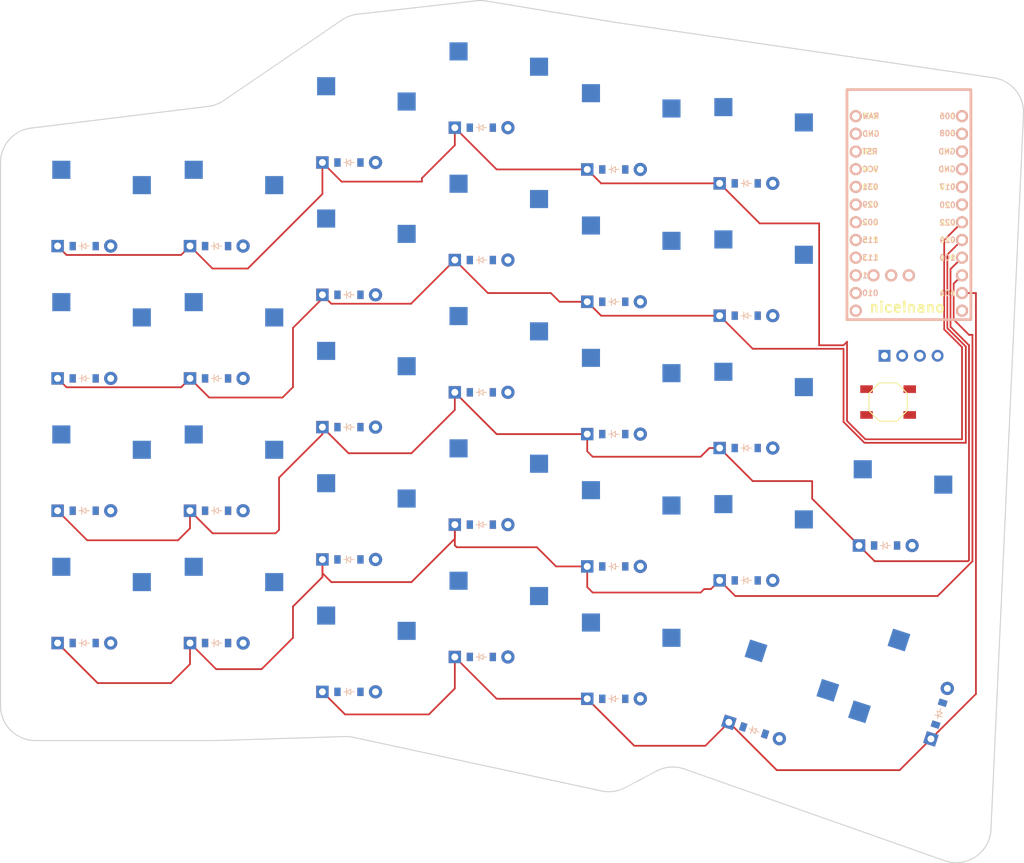
<source format=kicad_pcb>
(kicad_pcb (version 20240108) (generator "pcbnew") (generator_version "8.0")
  (title_block (title "left") (rev "v1.0.0") (company "Unknown"))
  (layers (0 "F.Cu" signal) (31 "B.Cu" signal) (34 "B.Paste" user) (35 "F.Paste" user) (36 "B.SilkS" user "B.Silkscreen") (37 "F.SilkS" user "F.Silkscreen") (38 "B.Mask" user) (39 "F.Mask" user) (44 "Edge.Cuts" user))
  (net 0 "")
  (net 1 "outer_bottom")
  (net 2 "outer_home")
  (net 3 "outer_top")
  (net 4 "outer_num")
  (net 5 "pinky_bottom")
  (net 6 "pinky_home")
  (net 7 "pinky_top")
  (net 8 "pinky_num")
  (net 9 "ring_mod")
  (net 10 "ring_bottom")
  (net 11 "ring_home")
  (net 12 "ring_top")
  (net 13 "ring_num")
  (net 14 "middle_mod")
  (net 15 "middle_bottom")
  (net 16 "middle_home")
  (net 17 "middle_top")
  (net 18 "middle_num")
  (net 19 "index_mod")
  (net 20 "index_bottom")
  (net 21 "index_home")
  (net 22 "index_top")
  (net 23 "index_num")
  (net 24 "inner_bottom")
  (net 25 "inner_home")
  (net 26 "inner_top")
  (net 27 "inner_num")
  (net 28 "inner_mod_home")
  (net 29 "home_cluster")
  (net 30 "far_cluster")
  (net 31 "P011")
  (net 32 "P100")
  (net 33 "P024")
  (net 34 "P022")
  (net 35 "P104")
  (net 36 "RAW")
  (net 37 "GND")
  (net 38 "RST")
  (net 39 "VCC")
  (net 40 "P031")
  (net 41 "P029")
  (net 42 "P002")
  (net 43 "P115")
  (net 44 "P113")
  (net 45 "P111")
  (net 46 "P010")
  (net 47 "P009")
  (net 48 "P006")
  (net 49 "P008")
  (net 50 "P017")
  (net 51 "P020")
  (net 52 "P106")
  (net 53 "P101")
  (net 54 "P102")
  (net 55 "P107")
  (net 56 "reset")
  (footprint "E73:SW_TACT_ALPS_SKQGABE010" (layer "F.Cu") (at 241.4 116.15)
    (property "Reference" "B1" (hide yes))
    (property "Value" "" (hide yes))
  )
  (footprint "ComboDiode" (layer "F.Cu") (at 164.032219 119.753399)
    (property "Reference" "D11" (hide yes))
    (property "Value" "" (hide yes))
  )
  (footprint "ComboDiode" (layer "F.Cu") (at 202.032219 158.753399)
    (property "Reference" "D19" (hide yes))
    (property "Value" "" (hide yes))
  )
  (footprint "ComboDiode" (layer "F.Cu") (at 221.032219 84.753399)
    (property "Reference" "D27" (hide yes))
    (property "Value" "" (hide yes))
  )
  (footprint "ComboDiode" (layer "F.Cu") (at 145.032219 150.753399)
    (property "Reference" "D5" (hide yes))
    (property "Value" "" (hide yes))
  )
  (footprint "PG1350" (layer "F.Cu") (at 221.032219 136.753399)
    (property "Reference" "S24" (hide yes))
    (property "Value" "" (hide yes))
  )
  (footprint "ComboDiode" (layer "F.Cu") (at 126.032219 150.753399)
    (property "Reference" "D1" (hide yes))
    (property "Value" "" (hide yes))
  )
  (footprint "PG1350" (layer "F.Cu") (at 202.032219 96.753399)
    (property "Reference" "S22" (hide yes))
    (property "Value" "" (hide yes))
  )
  (footprint "PG1350" (layer "F.Cu") (at 126.032219 107.753399)
    (property "Reference" "S3" (hide yes))
    (property "Value" "" (hide yes))
  )
  (footprint "ComboDiode" (layer "F.Cu") (at 145.032219 93.753399)
    (property "Reference" "D8" (hide yes))
    (property "Value" "" (hide yes))
  )
  (footprint "lib:OLED_headers" (layer "F.Cu") (at 250.68 107.9 -90)
    (property "Reference" "OLED1" (hide yes))
    (property "Value" "OLED")
  )
  (footprint "ComboDiode" (layer "F.Cu") (at 183.032219 133.753399)
    (property "Reference" "D15" (hide yes))
    (property "Value" "" (hide yes))
  )
  (footprint "ComboDiode" (layer "F.Cu") (at 183.032219 114.753399)
    (property "Reference" "D16" (hide yes))
    (property "Value" "" (hide yes))
  )
  (footprint "ComboDiode" (layer "F.Cu") (at 202.032219 139.753399)
    (property "Reference" "D20" (hide yes))
    (property "Value" "" (hide yes))
  )
  (footprint "ComboDiode" (layer "F.Cu") (at 183.032219 95.753399)
    (property "Reference" "D17" (hide yes))
    (property "Value" "" (hide yes))
  )
  (footprint "PG1350" (layer "F.Cu") (at 145.032219 145.753399)
    (property "Reference" "S5" (hide yes))
    (property "Value" "" (hide yes))
  )
  (footprint "PG1350" (layer "F.Cu") (at 202.032219 134.753399)
    (property "Reference" "S20" (hide yes))
    (property "Value" "" (hide yes))
  )
  (footprint "PG1350" (layer "F.Cu") (at 145.032219 88.753399)
    (property "Reference" "S8" (hide yes))
    (property "Value" "" (hide yes))
  )
  (footprint "ComboDiode" (layer "F.Cu") (at 221.032219 141.753399)
    (property "Reference" "D24" (hide yes))
    (property "Value" "" (hide yes))
  )
  (footprint "PG1350" (layer "F.Cu") (at 164.032219 152.753399)
    (property "Reference" "S9" (hide yes))
    (property "Value" "" (hide yes))
  )
  (footprint "PG1350" (layer "F.Cu") (at 243.961565 159.346352 72)
    (property "Reference" "S30" (hide yes))
    (property "Value" "" (hide yes))
  )
  (footprint "nice_nano" (layer "F.Cu") (at 244.38 89.07 -90)
    (property "Reference" "MCU1" (hide yes))
    (property "Value" "nice_nano" (hide yes))
  )
  (footprint "PG1350" (layer "F.Cu") (at 202.032219 115.753399)
    (property "Reference" "S21" (hide yes))
    (property "Value" "" (hide yes))
  )
  (footprint "PG1350" (layer "F.Cu") (at 241.032219 131.753399)
    (property "Reference" "S28" (hide yes))
    (property "Value" "" (hide yes))
  )
  (footprint "ComboDiode" (layer "F.Cu") (at 221.032219 103.753399)
    (property "Reference" "D26" (hide yes))
    (property "Value" "" (hide yes))
  )
  (footprint "ComboDiode" (layer "F.Cu") (at 164.032219 81.753399)
    (property "Reference" "D13" (hide yes))
    (property "Value" "" (hide yes))
  )
  (footprint "PG1350" (layer "F.Cu") (at 164.032219 76.753399)
    (property "Reference" "S13" (hide yes))
    (property "Value" "" (hide yes))
  )
  (footprint "ComboDiode" (layer "F.Cu") (at 164.032219 100.753399)
    (property "Reference" "D12" (hide yes))
    (property "Value" "" (hide yes))
  )
  (footprint "ComboDiode" (layer "F.Cu") (at 248.716848 160.891438 72)
    (property "Reference" "D30" (hide yes))
    (property "Value" "" (hide yes))
  )
  (footprint "ComboDiode" (layer "F.Cu") (at 241.032219 136.753399)
    (property "Reference" "D28" (hide yes))
    (property "Value" "" (hide yes))
  )
  (footprint "ComboDiode" (layer "F.Cu") (at 126.032219 131.753399)
    (property "Reference" "D2" (hide yes))
    (property "Value" "" (hide yes))
  )
  (footprint "PG1350" (layer "F.Cu") (at 183.032219 71.753399)
    (property "Reference" "S18" (hide yes))
    (property "Value" "" (hide yes))
  )
  (footprint "PG1350" (layer "F.Cu") (at 183.032219 147.753399)
    (property "Reference" "S14" (hide yes))
    (property "Value" "" (hide yes))
  )
  (footprint "ComboDiode" (layer "F.Cu") (at 164.032219 157.753399)
    (property "Reference" "D9" (hide yes))
    (property "Value" "" (hide yes))
  )
  (footprint "ComboDiode" (layer "F.Cu") (at 145.032219 112.753399)
    (property "Reference" "D7" (hide yes))
    (property "Value" "" (hide yes))
  )
  (footprint "PG1350" (layer "F.Cu") (at 126.032219 88.753399)
    (property "Reference" "S4" (hide yes))
    (property "Value" "" (hide yes))
  )
  (footprint "PG1350" (layer "F.Cu") (at 164.032219 133.753399)
    (property "Reference" "S10" (hide yes))
    (property "Value" "" (hide yes))
  )
  (footprint "ComboDiode" (layer "F.Cu") (at 126.032219 93.753399)
    (property "Reference" "D4" (hide yes))
    (property "Value" "" (hide yes))
  )
  (footprint "PG1350" (layer "F.Cu") (at 164.032219 95.753399)
    (property "Reference" "S12" (hide yes))
    (property "Value" "" (hide yes))
  )
  (footprint "PG1350" (layer "F.Cu") (at 223.71637 158.551332 -18)
    (property "Reference" "S29" (hide yes))
    (property "Value" "" (hide yes))
  )
  (footprint "PG1350" (layer "F.Cu") (at 221.032219 79.753399)
    (property "Reference" "S27" (hide yes))
    (property "Value" "" (hide yes))
  )
  (footprint "PG1350" (layer "F.Cu") (at 221.032219 98.753399)
    (property "Reference" "S26" (hide yes))
    (property "Value" "" (hide yes))
  )
  (footprint "PG1350" (layer "F.Cu") (at 183.032219 109.753399)
    (property "Reference" "S16" (hide yes))
    (property "Value" "" (hide yes))
  )
  (footprint "PG1350" (layer "F.Cu") (at 202.032219 153.753399)
    (property "Reference" "S19" (hide yes))
    (property "Value" "" (hide yes))
  )
  (footprint "ComboDiode" (layer "F.Cu") (at 202.032219 120.753399)
    (property "Reference" "D21" (hide yes))
    (property "Value" "" (hide yes))
  )
  (footprint "ComboDiode" (layer "F.Cu") (at 222.171285 163.306615 -18)
    (property "Reference" "D29" (hide yes))
    (property "Value" "" (hide yes))
  )
  (footprint "PG1350" (layer "F.Cu") (at 183.032219 128.753399)
    (property "Reference" "S15" (hide yes))
    (property "Value" "" (hide yes))
  )
  (footprint "ComboDiode" (layer "F.Cu") (at 183.032219 76.753399)
    (property "Reference" "D18" (hide yes))
    (property "Value" "" (hide yes))
  )
  (footprint "ComboDiode" (layer "F.Cu") (at 221.032219 122.753399)
    (property "Reference" "D25" (hide yes))
    (property "Value" "" (hide yes))
  )
  (footprint "PG1350" (layer "F.Cu") (at 145.032219 126.753399)
    (property "Reference" "S6" (hide yes))
    (property "Value" "" (hide yes))
  )
  (footprint "ComboDiode" (layer "F.Cu") (at 164.032219 138.753399)
    (property "Reference" "D10" (hide yes))
    (property "Value" "" (hide yes))
  )
  (footprint "PG1350" (layer "F.Cu") (at 202.032219 77.753399)
    (property "Reference" "S23" (hide yes))
    (property "Value" "" (hide yes))
  )
  (footprint "PG1350" (layer "F.Cu") (at 221.032219 117.753399)
    (property "Reference" "S25" (hide yes))
    (property "Value" "" (hide yes))
  )
  (footprint "ComboDiode" (layer "F.Cu") (at 202.032219 101.753399)
    (property "Reference" "D22" (hide yes))
    (property "Value" "" (hide yes))
  )
  (footprint "PG1350" (layer "F.Cu") (at 145.032219 107.753399)
    (property "Reference" "S7" (hide yes))
    (property "Value" "" (hide yes))
  )
  (footprint "ComboDiode" (layer "F.Cu") (at 183.032219 152.753399)
    (property "Reference" "D14" (hide yes))
    (property "Value" "" (hide yes))
  )
  (footprint "PG1350" (layer "F.Cu") (at 126.032219 145.753399)
    (property "Reference" "S1" (hide yes))
    (property "Value" "" (hide yes))
  )
  (footprint "PG1350" (layer "F.Cu") (at 183.032219 90.753399)
    (property "Reference" "S17" (hide yes))
    (property "Value" "" (hide yes))
  )
  (footprint "PG1350" (layer "F.Cu") (at 164.032219 114.753399)
    (property "Reference" "S11" (hide yes))
    (property "Value" "" (hide yes))
  )
  (footprint "ComboDiode" (layer "F.Cu") (at 202.032219 82.753399)
    (property "Reference" "D23" (hide yes))
    (property "Value" "" (hide yes))
  )
  (footprint "ComboDiode" (layer "F.Cu") (at 145.032219 131.753399)
    (property "Reference" "D6" (hide yes))
    (property "Value" "" (hide yes))
  )
  (footprint "PG1350" (layer "F.Cu") (at 126.032219 126.753399)
    (property "Reference" "S2" (hide yes))
    (property "Value" "" (hide yes))
  )
  (footprint "ComboDiode" (layer "F.Cu") (at 126.032219 112.753399)
    (property "Reference" "D3" (hide yes))
    (property "Value" "" (hide yes))
  )
  (gr_arc (start 203.64416 171.52118) (mid 201.988342 172.054312) (end 200.250081 171.987894) (stroke (width 0.15)) (layer "Edge.Cuts"))
  (gr_arc (start 182.339743 58.531758) (mid 183.030971 58.501715) (end 183.719729 58.567381) (stroke (width 0.15)) (layer "Edge.Cuts"))
  (gr_line (start 200.250081 171.987894) (end 164.632898 164.283335) (stroke (width 0.15)) (layer "Edge.Cuts"))
  (gr_line (start 260.826861 74.771475) (end 256.157076 177.511417) (stroke (width 0.15)) (layer "Edge.Cuts"))
  (gr_arc (start 146.035156 72.869819) (mid 144.98105 73.417506) (end 143.827496 73.701075) (stroke (width 0.15)) (layer "Edge.Cuts"))
  (gr_arc (start 256.157077 177.511417) (mid 253.957482 181.43006) (end 249.5 182) (stroke (width 0.15)) (layer "Edge.Cuts"))
  (gr_line (start 144.953291 164.753399) (end 119.032219 164.753399) (stroke (width 0.15)) (layer "Edge.Cuts"))
  (gr_line (start 163.417953 164.172797) (end 145.111107 164.750908) (stroke (width 0.15)) (layer "Edge.Cuts"))
  (gr_arc (start 163.417953 164.172796) (mid 164.02881 164.190872) (end 164.632898 164.283335) (stroke (width 0.15)) (layer "Edge.Cuts"))
  (gr_arc (start 119.032219 164.753399) (mid 115.496685 163.288933) (end 114.032219 159.753399) (stroke (width 0.15)) (layer "Edge.Cuts"))
  (gr_line (start 114.032219 159.753399) (end 114.032219 81.777921) (stroke (width 0.15)) (layer "Edge.Cuts"))
  (gr_arc (start 202.078531 61.610189) (mid 202.032254 61.603183) (end 201.986044 61.595744) (stroke (width 0.15)) (layer "Edge.Cuts"))
  (gr_line (start 202.078531 61.610189) (end 256.557316 69.597333) (stroke (width 0.15)) (layer "Edge.Cuts"))
  (gr_line (start 118.423869 76.815068) (end 143.827496 73.701075) (stroke (width 0.15)) (layer "Edge.Cuts"))
  (gr_line (start 146.035156 72.869818) (end 163.008929 61.300852) (stroke (width 0.15)) (layer "Edge.Cuts"))
  (gr_line (start 208.160932 169.133203) (end 203.64416 171.52118) (stroke (width 0.15)) (layer "Edge.Cuts"))
  (gr_line (start 165.262737 60.464156) (end 182.339743 58.531758) (stroke (width 0.15)) (layer "Edge.Cuts"))
  (gr_arc (start 163.008929 61.300852) (mid 164.084797 60.745029) (end 165.262737 60.464156) (stroke (width 0.15)) (layer "Edge.Cuts"))
  (gr_arc (start 114.032219 81.777921) (mid 115.287773 78.464445) (end 118.423869 76.815068) (stroke (width 0.15)) (layer "Edge.Cuts"))
  (gr_line (start 249.5 182) (end 212.160115 168.837848) (stroke (width 0.15)) (layer "Edge.Cuts"))
  (gr_arc (start 208.160932 169.133202) (mid 210.129617 168.567039) (end 212.160115 168.837848) (stroke (width 0.15)) (layer "Edge.Cuts"))
  (gr_arc (start 145.111107 164.750908) (mid 145.032209 164.752776) (end 144.953291 164.753399) (stroke (width 0.15)) (layer "Edge.Cuts"))
  (gr_arc (start 256.557315 69.597333) (mid 259.688562 71.362143) (end 260.826861 74.771475) (stroke (width 0.15)) (layer "Edge.Cuts"))
  (gr_line (start 183.719729 58.567381) (end 201.986044 61.595744) (stroke (width 0.15)) (layer "Edge.Cuts"))
  (segment (start 160.222219 141.277781) (end 160.222219 138.753399) (width 0.25) (layer "F.Cu") (net 31))
  (segment (start 156 145.5) (end 160.222219 141.277781) (width 0.25) (layer "F.Cu") (net 31))
  (segment (start 138.5 156.5) (end 141.222219 153.777781) (width 0.25) (layer "F.Cu") (net 31))
  (segment (start 160.222219 138.753399) (end 160.222219 140.722219) (width 0.25) (layer "F.Cu") (net 31))
  (segment (start 215.975618 143) (end 217.222219 141.753399) (width 0.25) (layer "F.Cu") (net 31))
  (segment (start 250.7987 99.1613) (end 252 97.96) (width 0.25) (layer "F.Cu") (net 31))
  (segment (start 179.222219 136.722219) (end 179.5 137) (width 0.25) (layer "F.Cu") (net 31))
  (segment (start 161.5 142) (end 173 142) (width 0.25) (layer "F.Cu") (net 31))
  (segment (start 198.222219 142.722219) (end 199 143.5) (width 0.25) (layer "F.Cu") (net 31))
  (segment (start 144.96882 154.5) (end 151.5 154.5) (width 0.25) (layer "F.Cu") (net 31))
  (segment (start 156 150) (end 156 145.5) (width 0.25) (layer "F.Cu") (net 31))
  (segment (start 141.222219 150.753399) (end 144.96882 154.5) (width 0.25) (layer "F.Cu") (net 31))
  (segment (start 191 137) (end 193.753399 139.753399) (width 0.25) (layer "F.Cu") (net 31))
  (segment (start 127.96882 156.5) (end 138.5 156.5) (width 0.25) (layer "F.Cu") (net 31))
  (segment (start 250.7987 104.2987) (end 250.7987 99.1613) (width 0.25) (layer "F.Cu") (net 31))
  (segment (start 215 143) (end 215.975618 143) (width 0.25) (layer "F.Cu") (net 31))
  (segment (start 141.222219 153.777781) (end 141.222219 150.753399) (width 0.25) (layer "F.Cu") (net 31))
  (segment (start 253.5 139) (end 253.5 106.5) (width 0.25) (layer "F.Cu") (net 31))
  (segment (start 214.5 143.5) (end 215 143) (width 0.25) (layer "F.Cu") (net 31))
  (segment (start 193.753399 139.753399) (end 198.222219 139.753399) (width 0.25) (layer "F.Cu") (net 31))
  (segment (start 217.222219 141.753399) (end 219.46882 144) (width 0.25) (layer "F.Cu") (net 31))
  (segment (start 253 106.5) (end 250.7987 104.2987) (width 0.25) (layer "F.Cu") (net 31))
  (segment (start 160.222219 140.722219) (end 161.5 142) (width 0.25) (layer "F.Cu") (net 31))
  (segment (start 248.5 144) (end 253.5 139) (width 0.25) (layer "F.Cu") (net 31))
  (segment (start 122.222219 150.753399) (end 127.96882 156.5) (width 0.25) (layer "F.Cu") (net 31))
  (segment (start 253.5 106.5) (end 253 106.5) (width 0.25) (layer "F.Cu") (net 31))
  (segment (start 199 143.5) (end 214.5 143.5) (width 0.25) (layer "F.Cu") (net 31))
  (segment (start 219.46882 144) (end 248.5 144) (width 0.25) (layer "F.Cu") (net 31))
  (segment (start 179.222219 133.753399) (end 179.222219 136.722219) (width 0.25) (layer "F.Cu") (net 31))
  (segment (start 151.5 154.5) (end 156 150) (width 0.25) (layer "F.Cu") (net 31))
  (segment (start 173 142) (end 179.222219 135.777781) (width 0.25) (layer "F.Cu") (net 31))
  (segment (start 179.5 137) (end 191 137) (width 0.25) (layer "F.Cu") (net 31))
  (segment (start 198.222219 139.753399) (end 198.222219 142.722219) (width 0.25) (layer "F.Cu") (net 31))
  (segment (start 179.222219 135.777781) (end 179.222219 133.753399) (width 0.25) (layer "F.Cu") (net 31))
  (segment (start 217.222219 122.753399) (end 221.96882 127.5) (width 0.25) (layer "F.Cu") (net 32))
  (segment (start 173 123.5) (end 179.222219 117.277781) (width 0.25) (layer "F.Cu") (net 32))
  (segment (start 139.5 136) (end 141.222219 134.277781) (width 0.25) (layer "F.Cu") (net 32))
  (segment (start 179.222219 117.277781) (end 179.222219 114.753399) (width 0.25) (layer "F.Cu") (net 32))
  (segment (start 122.222219 131.753399) (end 126.46882 136) (width 0.25) (layer "F.Cu") (net 32))
  (segment (start 214.5 124) (end 215.746601 122.753399) (width 0.25) (layer "F.Cu") (net 32))
  (segment (start 163.96882 123.5) (end 173 123.5) (width 0.25) (layer "F.Cu") (net 32))
  (segment (start 153.5 135) (end 154 134.5) (width 0.25) (layer "F.Cu") (net 32))
  (segment (start 144.46882 135) (end 153.5 135) (width 0.25) (layer "F.Cu") (net 32))
  (segment (start 141.222219 134.277781) (end 141.222219 131.753399) (width 0.25) (layer "F.Cu") (net 32))
  (segment (start 230.5 130.03118) (end 237.222219 136.753399) (width 0.25) (layer "F.Cu") (net 32))
  (segment (start 160.222219 120.777781) (end 160.222219 119.753399) (width 0.25) (layer "F.Cu") (net 32))
  (segment (start 141.222219 131.753399) (end 144.46882 135) (width 0.25) (layer "F.Cu") (net 32))
  (segment (start 221.96882 127.5) (end 230.5 127.5) (width 0.25) (layer "F.Cu") (net 32))
  (segment (start 253 108) (end 250.3487 105.3487) (width 0.25) (layer "F.Cu") (net 32))
  (segment (start 239.46882 139) (end 252.863604 139) (width 0.25) (layer "F.Cu") (net 32))
  (segment (start 198.222219 120.753399) (end 198.222219 123.222219) (width 0.25) (layer "F.Cu") (net 32))
  (segment (start 250.3487 105.3487) (end 250.3487 97.0713) (width 0.25) (layer "F.Cu") (net 32))
  (segment (start 237.222219 136.753399) (end 239.46882 139) (width 0.25) (layer "F.Cu") (net 32))
  (segment (start 215.746601 122.753399) (end 217.222219 122.753399) (width 0.25) (layer "F.Cu") (net 32))
  (segment (start 160.222219 119.753399) (end 163.96882 123.5) (width 0.25) (layer "F.Cu") (net 32))
  (segment (start 126.46882 136) (end 139.5 136) (width 0.25) (layer "F.Cu") (net 32))
  (segment (start 230.5 127.5) (end 230.5 130.03118) (width 0.25) (layer "F.Cu") (net 32))
  (segment (start 154 134.5) (end 154 127) (width 0.25) (layer "F.Cu") (net 32))
  (segment (start 252.863604 139) (end 253 138.863604) (width 0.25) (layer "F.Cu") (net 32))
  (segment (start 253 138.863604) (end 253 108) (width 0.25) (layer "F.Cu") (net 32))
  (segment (start 154 127) (end 160.222219 120.777781) (width 0.25) (layer "F.Cu") (net 32))
  (segment (start 250.3487 97.0713) (end 252 95.42) (width 0.25) (layer "F.Cu") (net 32))
  (segment (start 179.222219 114.753399) (end 185.222219 120.753399) (width 0.25) (layer "F.Cu") (net 32))
  (segment (start 185.222219 120.753399) (end 198.222219 120.753399) (width 0.25) (layer "F.Cu") (net 32))
  (segment (start 198.222219 123.222219) (end 199 124) (width 0.25) (layer "F.Cu") (net 32))
  (segment (start 199 124) (end 214.5 124) (width 0.25) (layer "F.Cu") (net 32))
  (segment (start 183.96882 100.5) (end 193 100.5) (width 0.25) (layer "F.Cu") (net 33))
  (segment (start 156 114) (end 156 105.5) (width 0.25) (layer "F.Cu") (net 33))
  (segment (start 160.222219 100.753399) (end 161.499719 102.030899) (width 0.25) (layer "F.Cu") (net 33))
  (segment (start 252.55 108.186396) (end 249.8987 105.535096) (width 0.25) (layer "F.Cu") (net 33))
  (segment (start 172.944719 102.030899) (end 179.222219 95.753399) (width 0.25) (layer "F.Cu") (net 33))
  (segment (start 198.222219 101.753399) (end 200.222219 103.753399) (width 0.25) (layer "F.Cu") (net 33))
  (segment (start 252.55 122) (end 252.55 108.186396) (width 0.25) (layer "F.Cu") (net 33))
  (segment (start 141.222219 112.753399) (end 143.96882 115.5) (width 0.25) (layer "F.Cu") (net 33))
  (segment (start 154.5 115.5) (end 156 114) (width 0.25) (layer "F.Cu") (net 33))
  (segment (start 217.222219 103.753399) (end 221.96882 108.5) (width 0.25) (layer "F.Cu") (net 33))
  (segment (start 160.222219 101.277781) (end 160.222219 100.753399) (width 0.25) (layer "F.Cu") (net 33))
  (segment (start 143.96882 115.5) (end 154.5 115.5) (width 0.25) (layer "F.Cu") (net 33))
  (segment (start 123.499719 114.030899) (end 139.944719 114.030899) (width 0.25) (layer "F.Cu") (net 33))
  (segment (start 161.499719 102.030899) (end 172.944719 102.030899) (width 0.25) (layer "F.Cu") (net 33))
  (segment (start 193 100.5) (end 194.253399 101.753399) (width 0.25) (layer "F.Cu") (net 33))
  (segment (start 156 105.5) (end 160.222219 101.277781) (width 0.25) (layer "F.Cu") (net 33))
  (segment (start 200.222219 103.753399) (end 217.222219 103.753399) (width 0.25) (layer "F.Cu") (net 33))
  (segment (start 249.8987 94.9813) (end 252 92.88) (width 0.25) (layer "F.Cu") (net 33))
  (segment (start 194.253399 101.753399) (end 198.222219 101.753399) (width 0.25) (layer "F.Cu") (net 33))
  (segment (start 235 119) (end 238 122) (width 0.25) (layer "F.Cu") (net 33))
  (segment (start 122.222219 112.753399) (end 123.499719 114.030899) (width 0.25) (layer "F.Cu") (net 33))
  (segment (start 139.944719 114.030899) (end 141.222219 112.753399) (width 0.25) (layer "F.Cu") (net 33))
  (segment (start 179.222219 95.753399) (end 183.96882 100.5) (width 0.25) (layer "F.Cu") (net 33))
  (segment (start 235 108.5) (end 235 119) (width 0.25) (layer "F.Cu") (net 33))
  (segment (start 249.8987 105.535096) (end 249.8987 94.9813) (width 0.25) (layer "F.Cu") (net 33))
  (segment (start 238 122) (end 252.55 122) (width 0.25) (layer "F.Cu") (net 33))
  (segment (start 221.96882 108.5) (end 235 108.5) (width 0.25) (layer "F.Cu") (net 33))
  (segment (start 235 108) (end 235.5 107.5) (width 0.25) (layer "F.Cu") (net 34))
  (segment (start 252 121.5) (end 252 108.272792) (width 0.25) (layer "F.Cu") (net 34))
  (segment (start 179.222219 76.753399) (end 185.222219 82.753399) (width 0.25) (layer "F.Cu") (net 34))
  (segment (start 217.222219 84.753399) (end 222.96882 90.5) (width 0.25) (layer "F.Cu") (net 34))
  (segment (start 200.222219 84.753399) (end 217.222219 84.753399) (width 0.25) (layer "F.Cu") (net 34))
  (segment (start 174.5 84.5) (end 174.5 84) (width 0.25) (layer "F.Cu") (net 34))
  (segment (start 122.222219 93.753399) (end 123.499719 95.030899) (width 0.25) (layer "F.Cu") (net 34))
  (segment (start 249.4487 105.721492) (end 249.4487 92.8913) (width 0.25) (layer "F.Cu") (net 34))
  (segment (start 252 108.272792) (end 249.4487 105.721492) (width 0.25) (layer "F.Cu") (net 34))
  (segment (start 139.944719 95.030899) (end 141.222219 93.753399) (width 0.25) (layer "F.Cu") (net 34))
  (segment (start 235.5 107.5) (end 235.5 118.863604) (width 0.25) (layer "F.Cu") (net 34))
  (segment (start 160.222219 86.277781) (end 160.222219 81.753399) (width 0.25) (layer "F.Cu") (net 34))
  (segment (start 198.222219 82.753399) (end 200.222219 84.753399) (width 0.25) (layer "F.Cu") (net 34))
  (segment (start 249.4487 92.8913) (end 252 90.34) (width 0.25) (layer "F.Cu") (net 34))
  (segment (start 123.499719 95.030899) (end 139.944719 95.030899) (width 0.25) (layer "F.Cu") (net 34))
  (segment (start 174.5 84) (end 179.222219 79.277781) (width 0.25) (layer "F.Cu") (net 34))
  (segment (start 235.5 118.863604) (end 238.136396 121.5) (width 0.25) (layer "F.Cu") (net 34))
  (segment (start 222.96882 90.5) (end 231.5 90.5) (width 0.25) (layer "F.Cu") (net 34))
  (segment (start 185.222219 82.753399) (end 198.222219 82.753399) (width 0.25) (layer "F.Cu") (net 34))
  (segment (start 231.5 90.5) (end 231.5 108) (width 0.25) (layer "F.Cu") (net 34))
  (segment (start 144.448119 96.979299) (end 149.520701 96.979299) (width 0.25) (layer "F.Cu") (net 34))
  (segment (start 160.222219 81.753399) (end 162.96882 84.5) (width 0.25) (layer "F.Cu") (net 34))
  (segment (start 231.5 108) (end 235 108) (width 0.25) (layer "F.Cu") (net 34))
  (segment (start 149.520701 96.979299) (end 160.222219 86.277781) (width 0.25) (layer "F.Cu") (net 34))
  (segment (start 141.222219 93.753399) (end 144.448119 96.979299) (width 0.25) (layer "F.Cu") (net 34))
  (segment (start 162.96882 84.5) (end 174.5 84.5) (width 0.25) (layer "F.Cu") (net 34))
  (segment (start 179.222219 79.277781) (end 179.222219 76.753399) (width 0.25) (layer "F.Cu") (net 34))
  (segment (start 238.136396 121.5) (end 252 121.5) (width 0.25) (layer "F.Cu") (net 34))
  (segment (start 175.5 161) (end 179.222219 157.277781) (width 0.25) (layer "F.Cu") (net 35))
  (segment (start 243.054456 169) (end 247.539493 164.514963) (width 0.25) (layer "F.Cu") (net 35))
  (segment (start 160.222219 157.753399) (end 163.46882 161) (width 0.25) (layer "F.Cu") (net 35))
  (segment (start 198.222219 158.753399) (end 204.96882 165.5) (width 0.25) (layer "F.Cu") (net 35))
  (segment (start 225.4185 169) (end 243.054456 169) (width 0.25) (layer "F.Cu") (net 35))
  (segment (start 247.539493 164.514963) (end 254 158.054456) (width 0.25) (layer "F.Cu") (net 35))
  (segment (start 254 100.5) (end 252 100.5) (width 0.25) (layer "F.Cu") (net 35))
  (segment (start 215.17702 165.5) (end 218.54776 162.12926) (width 0.25) (layer "F.Cu") (net 35))
  (segment (start 218.54776 162.12926) (end 225.4185 169) (width 0.25) (layer "F.Cu") (net 35))
  (segment (start 185.222219 158.753399) (end 198.222219 158.753399) (width 0.25) (layer "F.Cu") (net 35))
  (segment (start 179.222219 157.277781) (end 179.222219 152.753399) (width 0.25) (layer "F.Cu") (net 35))
  (segment (start 179.222219 152.753399) (end 185.222219 158.753399) (width 0.25) (layer "F.Cu") (net 35))
  (segment (start 204.96882 165.5) (end 215.17702 165.5) (width 0.25) (layer "F.Cu") (net 35))
  (segment (start 163.46882 161) (end 175.5 161) (width 0.25) (layer "F.Cu") (net 35))
  (segment (start 254 158.054456) (end 254 100.5) (width 0.25) (layer "F.Cu") (net 35))
)
</source>
